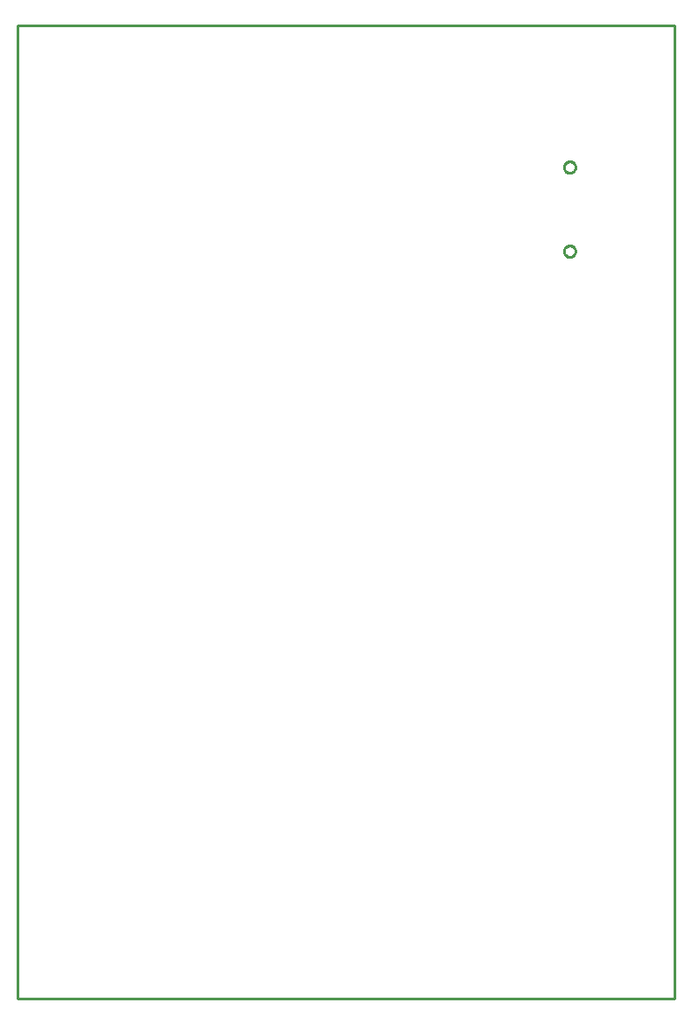
<source format=gbr>
G04 EAGLE Gerber RS-274X export*
G75*
%MOMM*%
%FSLAX34Y34*%
%LPD*%
%IN*%
%IPPOS*%
%AMOC8*
5,1,8,0,0,1.08239X$1,22.5*%
G01*
%ADD10C,0.254000*%


D10*
X0Y0D02*
X635000Y0D01*
X635000Y939800D01*
X0Y939800D01*
X0Y0D01*
X533709Y726900D02*
X534323Y726831D01*
X534925Y726693D01*
X535508Y726489D01*
X536065Y726221D01*
X536588Y725893D01*
X537071Y725508D01*
X537508Y725071D01*
X537893Y724588D01*
X538221Y724065D01*
X538489Y723508D01*
X538693Y722925D01*
X538831Y722323D01*
X538900Y721709D01*
X538900Y721091D01*
X538831Y720477D01*
X538693Y719875D01*
X538489Y719292D01*
X538221Y718735D01*
X537893Y718212D01*
X537508Y717729D01*
X537071Y717293D01*
X536588Y716907D01*
X536065Y716579D01*
X535508Y716311D01*
X534925Y716107D01*
X534323Y715969D01*
X533709Y715900D01*
X533091Y715900D01*
X532477Y715969D01*
X531875Y716107D01*
X531292Y716311D01*
X530735Y716579D01*
X530212Y716907D01*
X529729Y717293D01*
X529293Y717729D01*
X528907Y718212D01*
X528579Y718735D01*
X528311Y719292D01*
X528107Y719875D01*
X527969Y720477D01*
X527900Y721091D01*
X527900Y721709D01*
X527969Y722323D01*
X528107Y722925D01*
X528311Y723508D01*
X528579Y724065D01*
X528907Y724588D01*
X529293Y725071D01*
X529729Y725508D01*
X530212Y725893D01*
X530735Y726221D01*
X531292Y726489D01*
X531875Y726693D01*
X532477Y726831D01*
X533091Y726900D01*
X533709Y726900D01*
X533709Y808100D02*
X534323Y808031D01*
X534925Y807893D01*
X535508Y807689D01*
X536065Y807421D01*
X536588Y807093D01*
X537071Y806708D01*
X537508Y806271D01*
X537893Y805788D01*
X538221Y805265D01*
X538489Y804708D01*
X538693Y804125D01*
X538831Y803523D01*
X538900Y802909D01*
X538900Y802291D01*
X538831Y801677D01*
X538693Y801075D01*
X538489Y800492D01*
X538221Y799935D01*
X537893Y799412D01*
X537508Y798929D01*
X537071Y798493D01*
X536588Y798107D01*
X536065Y797779D01*
X535508Y797511D01*
X534925Y797307D01*
X534323Y797169D01*
X533709Y797100D01*
X533091Y797100D01*
X532477Y797169D01*
X531875Y797307D01*
X531292Y797511D01*
X530735Y797779D01*
X530212Y798107D01*
X529729Y798493D01*
X529293Y798929D01*
X528907Y799412D01*
X528579Y799935D01*
X528311Y800492D01*
X528107Y801075D01*
X527969Y801677D01*
X527900Y802291D01*
X527900Y802909D01*
X527969Y803523D01*
X528107Y804125D01*
X528311Y804708D01*
X528579Y805265D01*
X528907Y805788D01*
X529293Y806271D01*
X529729Y806708D01*
X530212Y807093D01*
X530735Y807421D01*
X531292Y807689D01*
X531875Y807893D01*
X532477Y808031D01*
X533091Y808100D01*
X533709Y808100D01*
M02*

</source>
